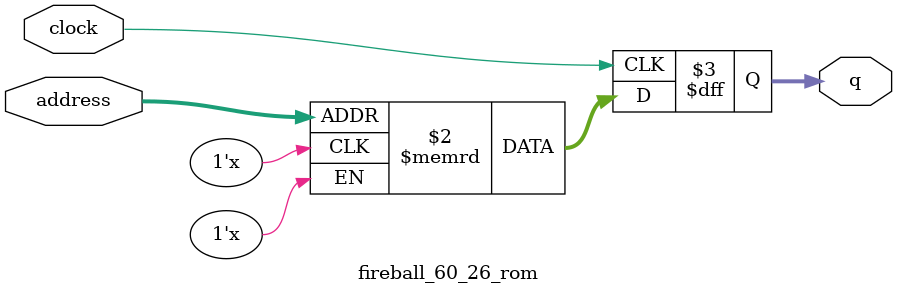
<source format=sv>
module fireball_60_26_rom (
	input logic clock,
	input logic [10:0] address,
	output logic [2:0] q
);

logic [2:0] memory [0:1559] /* synthesis ram_init_file = "./fireball_60_26/fireball_60_26.mif" */;

always_ff @ (posedge clock) begin
	q <= memory[address];
end

endmodule

</source>
